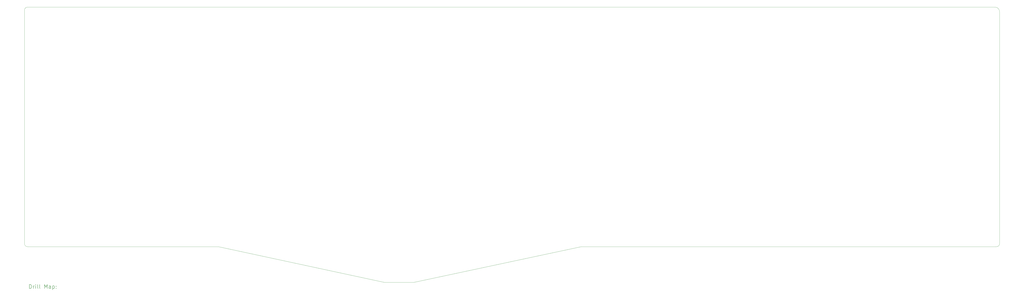
<source format=gbr>
%FSLAX45Y45*%
G04 Gerber Fmt 4.5, Leading zero omitted, Abs format (unit mm)*
G04 Created by KiCad (PCBNEW (6.0.1-0)) date 2022-06-20 19:50:14*
%MOMM*%
%LPD*%
G01*
G04 APERTURE LIST*
%TA.AperFunction,Profile*%
%ADD10C,0.100000*%
%TD*%
%ADD11C,0.200000*%
G04 APERTURE END LIST*
D10*
X50035625Y-22701250D02*
X50035625Y-34607500D01*
X18494375Y-36591875D02*
X20002500Y-36591875D01*
X28575000Y-34766250D02*
X20002500Y-36591875D01*
X208750Y-22463125D02*
X49797500Y-22463125D01*
X49876875Y-34766250D02*
G75*
G03*
X50035625Y-34607500I0J158750D01*
G01*
X50035625Y-22701250D02*
G75*
G03*
X49797500Y-22463125I-238125J0D01*
G01*
X49876875Y-34766250D02*
X28575000Y-34766250D01*
X50000Y-34607500D02*
X50000Y-22621875D01*
X208750Y-34766250D02*
X10001250Y-34766250D01*
X208750Y-22463125D02*
G75*
G03*
X50000Y-22621875I0J-158750D01*
G01*
X50000Y-34607500D02*
G75*
G03*
X208750Y-34766250I158750J0D01*
G01*
X10001250Y-34766250D02*
X18494375Y-36591875D01*
D11*
X302619Y-36907351D02*
X302619Y-36707351D01*
X350238Y-36707351D01*
X378809Y-36716875D01*
X397857Y-36735923D01*
X407381Y-36754970D01*
X416905Y-36793065D01*
X416905Y-36821637D01*
X407381Y-36859732D01*
X397857Y-36878780D01*
X378809Y-36897827D01*
X350238Y-36907351D01*
X302619Y-36907351D01*
X502619Y-36907351D02*
X502619Y-36774018D01*
X502619Y-36812113D02*
X512143Y-36793065D01*
X521667Y-36783542D01*
X540714Y-36774018D01*
X559762Y-36774018D01*
X626429Y-36907351D02*
X626429Y-36774018D01*
X626429Y-36707351D02*
X616905Y-36716875D01*
X626429Y-36726399D01*
X635952Y-36716875D01*
X626429Y-36707351D01*
X626429Y-36726399D01*
X750238Y-36907351D02*
X731190Y-36897827D01*
X721667Y-36878780D01*
X721667Y-36707351D01*
X855000Y-36907351D02*
X835952Y-36897827D01*
X826428Y-36878780D01*
X826428Y-36707351D01*
X1083571Y-36907351D02*
X1083571Y-36707351D01*
X1150238Y-36850208D01*
X1216905Y-36707351D01*
X1216905Y-36907351D01*
X1397857Y-36907351D02*
X1397857Y-36802589D01*
X1388333Y-36783542D01*
X1369286Y-36774018D01*
X1331190Y-36774018D01*
X1312143Y-36783542D01*
X1397857Y-36897827D02*
X1378810Y-36907351D01*
X1331190Y-36907351D01*
X1312143Y-36897827D01*
X1302619Y-36878780D01*
X1302619Y-36859732D01*
X1312143Y-36840685D01*
X1331190Y-36831161D01*
X1378810Y-36831161D01*
X1397857Y-36821637D01*
X1493095Y-36774018D02*
X1493095Y-36974018D01*
X1493095Y-36783542D02*
X1512143Y-36774018D01*
X1550238Y-36774018D01*
X1569286Y-36783542D01*
X1578809Y-36793065D01*
X1588333Y-36812113D01*
X1588333Y-36869256D01*
X1578809Y-36888304D01*
X1569286Y-36897827D01*
X1550238Y-36907351D01*
X1512143Y-36907351D01*
X1493095Y-36897827D01*
X1674048Y-36888304D02*
X1683571Y-36897827D01*
X1674048Y-36907351D01*
X1664524Y-36897827D01*
X1674048Y-36888304D01*
X1674048Y-36907351D01*
X1674048Y-36783542D02*
X1683571Y-36793065D01*
X1674048Y-36802589D01*
X1664524Y-36793065D01*
X1674048Y-36783542D01*
X1674048Y-36802589D01*
M02*

</source>
